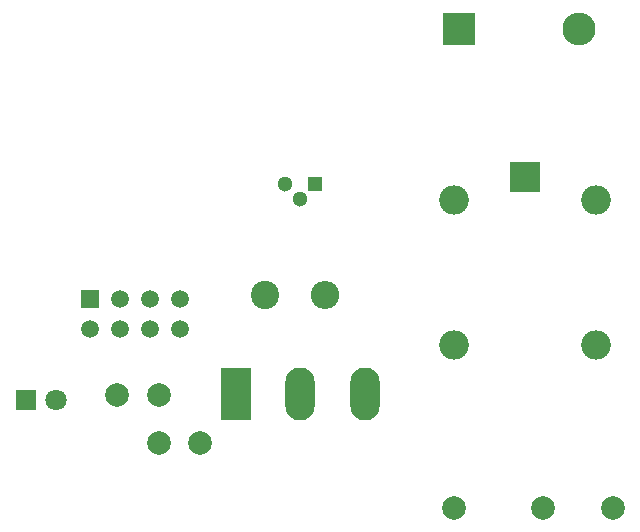
<source format=gbr>
%TF.GenerationSoftware,KiCad,Pcbnew,8.0.1*%
%TF.CreationDate,2024-09-13T19:12:22+01:00*%
%TF.ProjectId,switch,73776974-6368-42e6-9b69-6361645f7063,rev?*%
%TF.SameCoordinates,Original*%
%TF.FileFunction,Copper,L2,Bot*%
%TF.FilePolarity,Positive*%
%FSLAX46Y46*%
G04 Gerber Fmt 4.6, Leading zero omitted, Abs format (unit mm)*
G04 Created by KiCad (PCBNEW 8.0.1) date 2024-09-13 19:12:22*
%MOMM*%
%LPD*%
G01*
G04 APERTURE LIST*
%TA.AperFunction,ComponentPad*%
%ADD10R,2.500000X2.500000*%
%TD*%
%TA.AperFunction,ComponentPad*%
%ADD11O,2.500000X2.500000*%
%TD*%
%TA.AperFunction,ComponentPad*%
%ADD12R,2.500000X4.500000*%
%TD*%
%TA.AperFunction,ComponentPad*%
%ADD13O,2.500000X4.500000*%
%TD*%
%TA.AperFunction,ComponentPad*%
%ADD14R,1.800000X1.800000*%
%TD*%
%TA.AperFunction,ComponentPad*%
%ADD15C,1.800000*%
%TD*%
%TA.AperFunction,ComponentPad*%
%ADD16R,2.800000X2.800000*%
%TD*%
%TA.AperFunction,ComponentPad*%
%ADD17O,2.800000X2.800000*%
%TD*%
%TA.AperFunction,ComponentPad*%
%ADD18C,2.400000*%
%TD*%
%TA.AperFunction,ComponentPad*%
%ADD19O,2.400000X2.400000*%
%TD*%
%TA.AperFunction,ComponentPad*%
%ADD20R,1.300000X1.300000*%
%TD*%
%TA.AperFunction,ComponentPad*%
%ADD21C,1.300000*%
%TD*%
%TA.AperFunction,ComponentPad*%
%ADD22R,1.500000X1.500000*%
%TD*%
%TA.AperFunction,ComponentPad*%
%ADD23C,1.500000*%
%TD*%
%TA.AperFunction,ViaPad*%
%ADD24C,2.000000*%
%TD*%
G04 APERTURE END LIST*
D10*
%TO.P,REF\u002A\u002A,1*%
%TO.N,N/C*%
X167000000Y-83500000D03*
D11*
%TO.P,REF\u002A\u002A,2*%
X161000000Y-85500000D03*
%TO.P,REF\u002A\u002A,3*%
X161000000Y-97700000D03*
%TO.P,REF\u002A\u002A,4*%
X173000000Y-97700000D03*
%TO.P,REF\u002A\u002A,5*%
X173000000Y-85500000D03*
%TD*%
D12*
%TO.P,REF\u002A\u002A,1*%
%TO.N,N/C*%
X142550000Y-101875000D03*
D13*
%TO.P,REF\u002A\u002A,2*%
X148000000Y-101875000D03*
%TO.P,REF\u002A\u002A,3*%
X153450000Y-101875000D03*
%TD*%
D14*
%TO.P,led,1*%
%TO.N,N/C*%
X124750000Y-102400000D03*
D15*
%TO.P,led,2*%
X127290000Y-102400000D03*
%TD*%
D16*
%TO.P,REF\u002A\u002A,1*%
%TO.N,N/C*%
X161420000Y-71000000D03*
D17*
%TO.P,REF\u002A\u002A,2*%
X171580000Y-71000000D03*
%TD*%
D18*
%TO.P,REF\u002A\u002A,1*%
%TO.N,N/C*%
X145000000Y-93500000D03*
D19*
%TO.P,REF\u002A\u002A,2*%
X150080000Y-93500000D03*
%TD*%
D20*
%TO.P,BC547,1*%
%TO.N,N/C*%
X149270000Y-84140000D03*
D21*
%TO.P,BC547,2*%
X148000000Y-85410000D03*
%TO.P,BC547,3*%
X146730000Y-84140000D03*
%TD*%
D22*
%TO.P,ESP01,1*%
%TO.N,N/C*%
X130190000Y-93810000D03*
D23*
%TO.P,ESP01,2*%
X132730000Y-93810000D03*
%TO.P,ESP01,3*%
X135270000Y-93810000D03*
%TO.P,ESP01,4*%
X137810000Y-93810000D03*
%TO.P,ESP01,5*%
X130190000Y-96350000D03*
%TO.P,ESP01,6*%
X132730000Y-96350000D03*
%TO.P,ESP01,7*%
X135270000Y-96350000D03*
%TO.P,ESP01,8*%
X137810000Y-96350000D03*
%TD*%
D24*
%TO.N,*%
X161000000Y-111500000D03*
X136000000Y-102000000D03*
X132500000Y-102000000D03*
X174500000Y-111500000D03*
X168500000Y-111500000D03*
X139500000Y-106000000D03*
X136000000Y-106000000D03*
%TD*%
M02*

</source>
